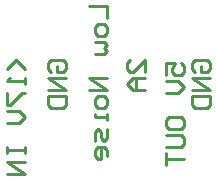
<source format=gbr>
%TF.GenerationSoftware,Altium Limited,Altium Designer,23.9.2 (47)*%
G04 Layer_Color=32896*
%FSLAX45Y45*%
%MOMM*%
%TF.SameCoordinates,14EE52A8-4136-4093-BC95-9A2147CF655B*%
%TF.FilePolarity,Positive*%
%TF.FileFunction,Legend,Bot*%
%TF.Part,Single*%
G01*
G75*
%TA.AperFunction,NonConductor*%
%ADD28C,0.25400*%
D28*
X1324600Y1013033D02*
Y1114600D01*
X1223033Y1013033D01*
X1197641D01*
X1172249Y1038424D01*
Y1089208D01*
X1197641Y1114600D01*
X1324600Y962249D02*
X1223033D01*
X1172249Y911466D01*
X1223033Y860682D01*
X1324600D01*
X1248424D01*
Y962249D01*
X852249Y1574600D02*
X1004600D01*
Y1473032D01*
Y1396857D02*
Y1346074D01*
X979208Y1320682D01*
X928425D01*
X903033Y1346074D01*
Y1396857D01*
X928425Y1422249D01*
X979208D01*
X1004600Y1396857D01*
X903033Y1269898D02*
X979208D01*
X1004600Y1244506D01*
X979208Y1219115D01*
X1004600Y1193723D01*
X979208Y1168331D01*
X903033D01*
X1004600Y965197D02*
X852249D01*
X1004600Y863629D01*
X852249D01*
X1004600Y787454D02*
Y736671D01*
X979208Y711279D01*
X928425D01*
X903033Y736671D01*
Y787454D01*
X928425Y812846D01*
X979208D01*
X1004600Y787454D01*
Y660495D02*
Y609712D01*
Y635103D01*
X903033D01*
Y660495D01*
X1004600Y533536D02*
Y457361D01*
X979208Y431969D01*
X953816Y457361D01*
Y508145D01*
X928425Y533536D01*
X903033Y508145D01*
Y431969D01*
X1004600Y305010D02*
Y355794D01*
X979208Y381186D01*
X928425D01*
X903033Y355794D01*
Y305010D01*
X928425Y279618D01*
X953816D01*
Y381186D01*
X1502249Y993033D02*
Y1094600D01*
X1578425D01*
X1553033Y1043817D01*
Y1018425D01*
X1578425Y993033D01*
X1629208D01*
X1654600Y1018425D01*
Y1069208D01*
X1629208Y1094600D01*
X1502249Y942249D02*
X1603816D01*
X1654600Y891466D01*
X1603816Y840682D01*
X1502249D01*
Y561373D02*
Y612156D01*
X1527641Y637548D01*
X1629208D01*
X1654600Y612156D01*
Y561373D01*
X1629208Y535981D01*
X1527641D01*
X1502249Y561373D01*
Y485197D02*
X1629208D01*
X1654600Y459805D01*
Y409022D01*
X1629208Y383630D01*
X1502249D01*
Y332846D02*
Y231279D01*
Y282063D01*
X1654600D01*
X1747641Y1013033D02*
X1722249Y1038424D01*
Y1089208D01*
X1747641Y1114600D01*
X1849208D01*
X1874600Y1089208D01*
Y1038424D01*
X1849208Y1013033D01*
X1798424D01*
Y1063816D01*
X1874600Y962249D02*
X1722249D01*
X1874600Y860682D01*
X1722249D01*
Y809898D02*
X1874600D01*
Y733723D01*
X1849208Y708331D01*
X1747641D01*
X1722249Y733723D01*
Y809898D01*
X527641Y1013033D02*
X502249Y1038424D01*
Y1089208D01*
X527641Y1114600D01*
X629208D01*
X654600Y1089208D01*
Y1038424D01*
X629208Y1013033D01*
X578424D01*
Y1063816D01*
X654600Y962249D02*
X502249D01*
X654600Y860682D01*
X502249D01*
Y809898D02*
X654600D01*
Y733723D01*
X629208Y708331D01*
X527641D01*
X502249Y733723D01*
Y809898D01*
X304600Y1038424D02*
X228425Y1114600D01*
X152250Y1038424D01*
X304600Y962249D02*
Y911466D01*
Y936857D01*
X152250D01*
X177642Y962249D01*
X152250Y835290D02*
Y733723D01*
X177642D01*
X279208Y835290D01*
X304600D01*
X152250Y682939D02*
X253817D01*
X304600Y632156D01*
X253817Y581372D01*
X152250D01*
Y378238D02*
Y327455D01*
Y352846D01*
X304600D01*
Y378238D01*
Y327455D01*
Y251279D02*
X152250D01*
X304600Y149712D01*
X152250D01*
%TF.MD5,fa46eed60c77936be0f801ba1fe4049e*%
M02*

</source>
